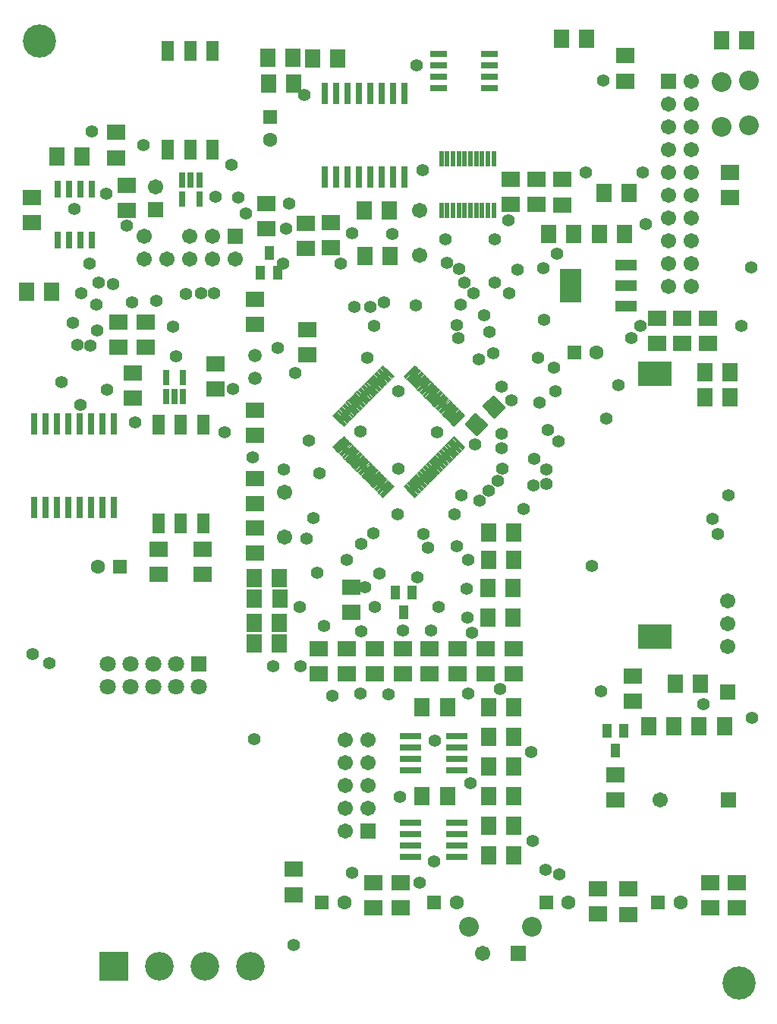
<source format=gts>
%FSLAX43Y43*%
%MOMM*%
G71*
G01*
G75*
%ADD10C,0.300*%
%ADD11R,1.600X1.800*%
%ADD12R,1.800X1.600*%
%ADD13R,3.500X2.600*%
%ADD14R,2.200X0.550*%
%ADD15R,2.200X0.550*%
%ADD16R,0.300X1.600*%
%ADD17C,0.075*%
%ADD18R,0.550X1.450*%
%ADD19R,1.700X0.600*%
%ADD20R,0.600X1.700*%
%ADD21R,0.850X1.300*%
%ADD22R,1.200X2.000*%
%ADD23R,0.600X2.150*%
%ADD24R,2.150X3.500*%
%ADD25R,2.150X1.100*%
%ADD26R,2.150X1.100*%
%ADD27R,0.600X2.150*%
%ADD28R,0.550X1.450*%
%ADD29C,0.400*%
%ADD30C,0.800*%
%ADD31C,0.500*%
%ADD32C,0.600*%
%ADD33C,3.000*%
%ADD34R,3.000X3.000*%
%ADD35C,2.000*%
%ADD36R,1.500X1.500*%
%ADD37C,1.500*%
%ADD38C,1.400*%
%ADD39C,1.500*%
%ADD40R,1.400X1.400*%
%ADD41C,1.300*%
%ADD42C,3.500*%
%ADD43R,1.600X1.600*%
%ADD44C,1.600*%
%ADD45C,1.600*%
%ADD46C,1.200*%
%ADD47R,1.803X2.003*%
%ADD48R,2.003X1.803*%
%ADD49R,3.703X2.803*%
%ADD50R,2.403X0.753*%
%ADD51R,2.403X0.753*%
%ADD52R,0.503X1.803*%
%ADD53R,0.753X1.653*%
%ADD54R,1.903X0.803*%
%ADD55R,0.803X1.903*%
%ADD56R,1.053X1.503*%
%ADD57R,1.403X2.203*%
%ADD58R,0.803X2.353*%
%ADD59R,2.353X3.703*%
%ADD60R,2.353X1.303*%
%ADD61R,2.353X1.303*%
%ADD62R,0.803X2.353*%
%ADD63R,0.753X1.653*%
%ADD64C,3.203*%
%ADD65R,3.203X3.203*%
%ADD66C,2.203*%
%ADD67R,1.703X1.703*%
%ADD68C,1.703*%
%ADD69C,1.603*%
%ADD70C,1.703*%
%ADD71R,1.603X1.603*%
%ADD72C,1.503*%
%ADD73C,3.703*%
%ADD74R,1.803X1.803*%
%ADD75C,1.803*%
%ADD76C,1.803*%
%ADD77C,1.403*%
D17*
X38952Y60459D02*
X38649Y60761D01*
X39871Y61984D01*
X40174Y61681D01*
X38952Y60459D01*
Y60547D02*
X38738Y60761D01*
X39871Y61895D01*
X40086Y61681D01*
X38952Y60547D01*
Y60635D02*
X38826Y60761D01*
X39871Y61807D01*
X39997Y61681D01*
X38952Y60635D01*
Y60724D02*
X38914Y60761D01*
X39871Y61718D01*
X39909Y61681D01*
X38952Y60724D01*
X38986Y60778D02*
X39837Y61664D01*
X39306Y60105D02*
X39003Y60408D01*
X40225Y61630D01*
X40528Y61327D01*
X39306Y60105D01*
Y60194D02*
X39091Y60408D01*
X40225Y61542D01*
X40439Y61327D01*
X39306Y60194D01*
Y60282D02*
X39180Y60408D01*
X40225Y61453D01*
X40351Y61327D01*
X39306Y60282D01*
Y60370D02*
X39268Y60408D01*
X40225Y61365D01*
X40262Y61327D01*
X39306Y60370D01*
X39340Y60424D02*
X40190Y61311D01*
X41235Y69388D02*
X40932Y69085D01*
X39710Y70307D01*
X40013Y70610D01*
X41235Y69388D01*
X41146D02*
X40932Y69174D01*
X39798Y70307D01*
X40013Y70522D01*
X41146Y69388D01*
X41058D02*
X40932Y69262D01*
X39887Y70307D01*
X40013Y70433D01*
X41058Y69388D01*
X40970D02*
X40932Y69351D01*
X39975Y70307D01*
X40013Y70345D01*
X40970Y69388D01*
X40916Y69423D02*
X40029Y70273D01*
X49508Y61822D02*
X49205Y61519D01*
X47983Y62741D01*
X48286Y63044D01*
X49508Y61822D01*
X49420D02*
X49205Y61608D01*
X48071Y62741D01*
X48286Y62956D01*
X49420Y61822D01*
X49331D02*
X49205Y61696D01*
X48160Y62741D01*
X48286Y62867D01*
X49331Y61822D01*
X49243D02*
X49205Y61785D01*
X48248Y62741D01*
X48286Y62779D01*
X49243Y61822D01*
X49189Y61857D02*
X48302Y62707D01*
X49700Y65550D02*
X49397Y65853D01*
X50619Y67075D01*
X50922Y66772D01*
X49700Y65550D01*
Y65638D02*
X49486Y65853D01*
X50619Y66986D01*
X50834Y66772D01*
X49700Y65638D01*
Y65727D02*
X49574Y65853D01*
X50619Y66898D01*
X50745Y66772D01*
X49700Y65727D01*
Y65815D02*
X49662Y65853D01*
X50619Y66810D01*
X50657Y66772D01*
X49700Y65815D01*
X49734Y65869D02*
X50585Y66756D01*
X47740Y60054D02*
X47437Y59752D01*
X46215Y60974D01*
X46518Y61276D01*
X47740Y60054D01*
X47652D02*
X47437Y59840D01*
X46304Y60974D01*
X46518Y61188D01*
X47652Y60054D01*
X47563D02*
X47437Y59928D01*
X46392Y60974D01*
X46518Y61100D01*
X47563Y60054D01*
X47475D02*
X47437Y60017D01*
X46480Y60974D01*
X46518Y61011D01*
X47475Y60054D01*
X47421Y60089D02*
X46534Y60939D01*
X41073Y58337D02*
X40771Y58640D01*
X41993Y59862D01*
X42295Y59559D01*
X41073Y58337D01*
Y58426D02*
X40859Y58640D01*
X41993Y59774D01*
X42207Y59559D01*
X41073Y58426D01*
Y58514D02*
X40947Y58640D01*
X41993Y59685D01*
X42119Y59559D01*
X41073Y58514D01*
Y58603D02*
X41036Y58640D01*
X41993Y59597D01*
X42030Y59559D01*
X41073Y58603D01*
X41108Y58657D02*
X41958Y59543D01*
X41780Y57630D02*
X41478Y57933D01*
X42700Y59155D01*
X43002Y58852D01*
X41780Y57630D01*
Y57719D02*
X41566Y57933D01*
X42700Y59067D01*
X42914Y58852D01*
X41780Y57719D01*
Y57807D02*
X41654Y57933D01*
X42700Y58978D01*
X42826Y58852D01*
X41780Y57807D01*
Y57895D02*
X41743Y57933D01*
X42700Y58890D01*
X42737Y58852D01*
X41780Y57895D01*
X41815Y57949D02*
X42665Y58836D01*
X45619Y57933D02*
X45316Y57630D01*
X44094Y58852D01*
X44397Y59155D01*
X45619Y57933D01*
X45530D02*
X45316Y57719D01*
X44182Y58852D01*
X44397Y59067D01*
X45530Y57933D01*
X45442D02*
X45316Y57807D01*
X44271Y58852D01*
X44397Y58978D01*
X45442Y57933D01*
X45354D02*
X45316Y57895D01*
X44359Y58852D01*
X44397Y58890D01*
X45354Y57933D01*
X45300Y57967D02*
X44413Y58818D01*
X46679Y58994D02*
X46377Y58691D01*
X45155Y59913D01*
X45457Y60216D01*
X46679Y58994D01*
X46591D02*
X46377Y58779D01*
X45243Y59913D01*
X45457Y60127D01*
X46591Y58994D01*
X46503D02*
X46377Y58868D01*
X45331Y59913D01*
X45457Y60039D01*
X46503Y58994D01*
X46414D02*
X46377Y58956D01*
X45420Y59913D01*
X45457Y59951D01*
X46414Y58994D01*
X46360Y59028D02*
X45474Y59879D01*
X43002Y71156D02*
X42700Y70853D01*
X41478Y72075D01*
X41780Y72378D01*
X43002Y71156D01*
X42914D02*
X42700Y70942D01*
X41566Y72075D01*
X41780Y72290D01*
X42914Y71156D01*
X42826D02*
X42700Y71030D01*
X41654Y72075D01*
X41780Y72201D01*
X42826Y71156D01*
X42737D02*
X42700Y71118D01*
X41743Y72075D01*
X41780Y72113D01*
X42737Y71156D01*
X42683Y71190D02*
X41797Y72041D01*
X42649Y70802D02*
X42346Y70500D01*
X41124Y71722D01*
X41427Y72024D01*
X42649Y70802D01*
X42561D02*
X42346Y70588D01*
X41213Y71722D01*
X41427Y71936D01*
X42561Y70802D01*
X42472D02*
X42346Y70676D01*
X41301Y71722D01*
X41427Y71848D01*
X42472Y70802D01*
X42384D02*
X42346Y70765D01*
X41389Y71722D01*
X41427Y71759D01*
X42384Y70802D01*
X42330Y70837D02*
X41443Y71687D01*
X42295Y70449D02*
X41993Y70146D01*
X40771Y71368D01*
X41073Y71671D01*
X42295Y70449D01*
X42207D02*
X41993Y70234D01*
X40859Y71368D01*
X41073Y71583D01*
X42207Y70449D01*
X42119D02*
X41993Y70323D01*
X40947Y71368D01*
X41073Y71494D01*
X42119Y70449D01*
X42030D02*
X41993Y70411D01*
X41036Y71368D01*
X41073Y71406D01*
X42030Y70449D01*
X41976Y70483D02*
X41090Y71334D01*
X41942Y70095D02*
X41639Y69793D01*
X40417Y71015D01*
X40720Y71317D01*
X41942Y70095D01*
X41853D02*
X41639Y69881D01*
X40505Y71015D01*
X40720Y71229D01*
X41853Y70095D01*
X41765D02*
X41639Y69969D01*
X40594Y71015D01*
X40720Y71141D01*
X41765Y70095D01*
X41677D02*
X41639Y70058D01*
X40682Y71015D01*
X40720Y71052D01*
X41677Y70095D01*
X41623Y70130D02*
X40736Y70980D01*
X41588Y69742D02*
X41285Y69439D01*
X40063Y70661D01*
X40366Y70964D01*
X41588Y69742D01*
X41500D02*
X41285Y69527D01*
X40152Y70661D01*
X40366Y70875D01*
X41500Y69742D01*
X41411D02*
X41285Y69616D01*
X40240Y70661D01*
X40366Y70787D01*
X41411Y69742D01*
X41323D02*
X41285Y69704D01*
X40329Y70661D01*
X40366Y70699D01*
X41323Y69742D01*
X41269Y69776D02*
X40383Y70627D01*
X40881Y69035D02*
X40578Y68732D01*
X39356Y69954D01*
X39659Y70257D01*
X40881Y69035D01*
X40793D02*
X40578Y68820D01*
X39445Y69954D01*
X39659Y70168D01*
X40793Y69035D01*
X40704D02*
X40578Y68909D01*
X39533Y69954D01*
X39659Y70080D01*
X40704Y69035D01*
X40616D02*
X40578Y68997D01*
X39622Y69954D01*
X39659Y69992D01*
X40616Y69035D01*
X40562Y69069D02*
X39676Y69920D01*
X40528Y68681D02*
X40225Y68378D01*
X39003Y69600D01*
X39306Y69903D01*
X40528Y68681D01*
X40439D02*
X40225Y68467D01*
X39091Y69600D01*
X39306Y69815D01*
X40439Y68681D01*
X40351D02*
X40225Y68555D01*
X39180Y69600D01*
X39306Y69726D01*
X40351Y68681D01*
X40262D02*
X40225Y68643D01*
X39268Y69600D01*
X39306Y69638D01*
X40262Y68681D01*
X40208Y68715D02*
X39322Y69566D01*
X40174Y68328D02*
X39871Y68025D01*
X38649Y69247D01*
X38952Y69550D01*
X40174Y68328D01*
X40086D02*
X39871Y68113D01*
X38738Y69247D01*
X38952Y69461D01*
X40086Y68328D01*
X39997D02*
X39871Y68202D01*
X38826Y69247D01*
X38952Y69373D01*
X39997Y68328D01*
X39909D02*
X39871Y68290D01*
X38914Y69247D01*
X38952Y69284D01*
X39909Y68328D01*
X39855Y68362D02*
X38968Y69212D01*
X39821Y67974D02*
X39518Y67671D01*
X38296Y68893D01*
X38598Y69196D01*
X39821Y67974D01*
X39732D02*
X39518Y67760D01*
X38384Y68893D01*
X38598Y69108D01*
X39732Y67974D01*
X39644D02*
X39518Y67848D01*
X38472Y68893D01*
X38598Y69019D01*
X39644Y67974D01*
X39555D02*
X39518Y67936D01*
X38561Y68893D01*
X38598Y68931D01*
X39555Y67974D01*
X39501Y68008D02*
X38615Y68859D01*
X39467Y67620D02*
X39164Y67318D01*
X37942Y68540D01*
X38245Y68842D01*
X39467Y67620D01*
X39379D02*
X39164Y67406D01*
X38031Y68540D01*
X38245Y68754D01*
X39379Y67620D01*
X39290D02*
X39164Y67494D01*
X38119Y68540D01*
X38245Y68666D01*
X39290Y67620D01*
X39202D02*
X39164Y67583D01*
X38207Y68540D01*
X38245Y68577D01*
X39202Y67620D01*
X39148Y67655D02*
X38261Y68505D01*
X39113Y67267D02*
X38811Y66964D01*
X37589Y68186D01*
X37891Y68489D01*
X39113Y67267D01*
X39025D02*
X38811Y67052D01*
X37677Y68186D01*
X37891Y68401D01*
X39025Y67267D01*
X38937D02*
X38811Y67141D01*
X37765Y68186D01*
X37891Y68312D01*
X38937Y67267D01*
X38848D02*
X38811Y67229D01*
X37854Y68186D01*
X37891Y68224D01*
X38848Y67267D01*
X38794Y67301D02*
X37908Y68152D01*
X38760Y66913D02*
X38457Y66611D01*
X37235Y67833D01*
X37538Y68135D01*
X38760Y66913D01*
X38671D02*
X38457Y66699D01*
X37323Y67833D01*
X37538Y68047D01*
X38671Y66913D01*
X38583D02*
X38457Y66787D01*
X37412Y67833D01*
X37538Y67959D01*
X38583Y66913D01*
X38495D02*
X38457Y66876D01*
X37500Y67833D01*
X37538Y67870D01*
X38495Y66913D01*
X38441Y66948D02*
X37554Y67798D01*
X38406Y66560D02*
X38104Y66257D01*
X36881Y67479D01*
X37184Y67782D01*
X38406Y66560D01*
X38318D02*
X38104Y66345D01*
X36970Y67479D01*
X37184Y67693D01*
X38318Y66560D01*
X38230D02*
X38104Y66434D01*
X37058Y67479D01*
X37184Y67605D01*
X38230Y66560D01*
X38141D02*
X38104Y66522D01*
X37147Y67479D01*
X37184Y67517D01*
X38141Y66560D01*
X38087Y66594D02*
X37201Y67445D01*
X38053Y66206D02*
X37750Y65903D01*
X36528Y67125D01*
X36831Y67428D01*
X38053Y66206D01*
X37964D02*
X37750Y65992D01*
X36616Y67125D01*
X36831Y67340D01*
X37964Y66206D01*
X37876D02*
X37750Y66080D01*
X36705Y67125D01*
X36831Y67251D01*
X37876Y66206D01*
X37788D02*
X37750Y66169D01*
X36793Y67125D01*
X36831Y67163D01*
X37788Y66206D01*
X37734Y66241D02*
X36847Y67091D01*
X37699Y65853D02*
X37396Y65550D01*
X36174Y66772D01*
X36477Y67075D01*
X37699Y65853D01*
X37611D02*
X37396Y65638D01*
X36263Y66772D01*
X36477Y66986D01*
X37611Y65853D01*
X37522D02*
X37396Y65727D01*
X36351Y66772D01*
X36477Y66898D01*
X37522Y65853D01*
X37434D02*
X37396Y65815D01*
X36440Y66772D01*
X36477Y66810D01*
X37434Y65853D01*
X37380Y65887D02*
X36494Y66738D01*
X49347Y65903D02*
X49044Y66206D01*
X50266Y67428D01*
X50569Y67125D01*
X49347Y65903D01*
Y65992D02*
X49132Y66206D01*
X50266Y67340D01*
X50480Y67125D01*
X49347Y65992D01*
Y66080D02*
X49221Y66206D01*
X50266Y67251D01*
X50392Y67125D01*
X49347Y66080D01*
Y66169D02*
X49309Y66206D01*
X50266Y67163D01*
X50303Y67125D01*
X49347Y66169D01*
X49381Y66223D02*
X50231Y67109D01*
X48993Y66257D02*
X48690Y66560D01*
X49912Y67782D01*
X50215Y67479D01*
X48993Y66257D01*
Y66345D02*
X48779Y66560D01*
X49912Y67693D01*
X50127Y67479D01*
X48993Y66345D01*
Y66434D02*
X48867Y66560D01*
X49912Y67605D01*
X50038Y67479D01*
X48993Y66434D01*
Y66522D02*
X48955Y66560D01*
X49912Y67517D01*
X49950Y67479D01*
X48993Y66522D01*
X49027Y66576D02*
X49878Y67463D01*
X48639Y66611D02*
X48337Y66913D01*
X49559Y68135D01*
X49861Y67833D01*
X48639Y66611D01*
Y66699D02*
X48425Y66913D01*
X49559Y68047D01*
X49773Y67833D01*
X48639Y66699D01*
Y66787D02*
X48513Y66913D01*
X49559Y67959D01*
X49685Y67833D01*
X48639Y66787D01*
Y66876D02*
X48602Y66913D01*
X49559Y67870D01*
X49596Y67833D01*
X48639Y66876D01*
X48674Y66930D02*
X49524Y67816D01*
X48286Y66964D02*
X47983Y67267D01*
X49205Y68489D01*
X49508Y68186D01*
X48286Y66964D01*
Y67052D02*
X48071Y67267D01*
X49205Y68401D01*
X49420Y68186D01*
X48286Y67052D01*
Y67141D02*
X48160Y67267D01*
X49205Y68312D01*
X49331Y68186D01*
X48286Y67141D01*
Y67229D02*
X48248Y67267D01*
X49205Y68224D01*
X49243Y68186D01*
X48286Y67229D01*
X48320Y67283D02*
X49171Y68170D01*
X47932Y67318D02*
X47630Y67620D01*
X48852Y68842D01*
X49154Y68540D01*
X47932Y67318D01*
Y67406D02*
X47718Y67620D01*
X48852Y68754D01*
X49066Y68540D01*
X47932Y67406D01*
Y67494D02*
X47806Y67620D01*
X48852Y68666D01*
X48978Y68540D01*
X47932Y67494D01*
Y67583D02*
X47895Y67620D01*
X48852Y68577D01*
X48889Y68540D01*
X47932Y67583D01*
X47967Y67637D02*
X48817Y68523D01*
X47579Y67671D02*
X47276Y67974D01*
X48498Y69196D01*
X48801Y68893D01*
X47579Y67671D01*
Y67760D02*
X47364Y67974D01*
X48498Y69108D01*
X48712Y68893D01*
X47579Y67760D01*
Y67848D02*
X47453Y67974D01*
X48498Y69019D01*
X48624Y68893D01*
X47579Y67848D01*
Y67936D02*
X47541Y67974D01*
X48498Y68931D01*
X48536Y68893D01*
X47579Y67936D01*
X47613Y67990D02*
X48464Y68877D01*
X47225Y68025D02*
X46922Y68328D01*
X48144Y69550D01*
X48447Y69247D01*
X47225Y68025D01*
Y68113D02*
X47011Y68328D01*
X48144Y69461D01*
X48359Y69247D01*
X47225Y68113D01*
Y68202D02*
X47099Y68328D01*
X48144Y69373D01*
X48270Y69247D01*
X47225Y68202D01*
Y68290D02*
X47188Y68328D01*
X48144Y69284D01*
X48182Y69247D01*
X47225Y68290D01*
X47260Y68344D02*
X48110Y69230D01*
X46872Y68378D02*
X46569Y68681D01*
X47791Y69903D01*
X48094Y69600D01*
X46872Y68378D01*
Y68467D02*
X46657Y68681D01*
X47791Y69815D01*
X48005Y69600D01*
X46872Y68467D01*
Y68555D02*
X46746Y68681D01*
X47791Y69726D01*
X47917Y69600D01*
X46872Y68555D01*
Y68643D02*
X46834Y68681D01*
X47791Y69638D01*
X47828Y69600D01*
X46872Y68643D01*
X46906Y68698D02*
X47757Y69584D01*
X46518Y68732D02*
X46215Y69035D01*
X47437Y70257D01*
X47740Y69954D01*
X46518Y68732D01*
Y68820D02*
X46304Y69035D01*
X47437Y70168D01*
X47652Y69954D01*
X46518Y68820D01*
Y68909D02*
X46392Y69035D01*
X47437Y70080D01*
X47563Y69954D01*
X46518Y68909D01*
Y68997D02*
X46480Y69035D01*
X47437Y69992D01*
X47475Y69954D01*
X46518Y68997D01*
X46552Y69051D02*
X47403Y69937D01*
X46165Y69085D02*
X45862Y69388D01*
X47084Y70610D01*
X47387Y70307D01*
X46165Y69085D01*
Y69174D02*
X45950Y69388D01*
X47084Y70522D01*
X47298Y70307D01*
X46165Y69174D01*
Y69262D02*
X46039Y69388D01*
X47084Y70433D01*
X47210Y70307D01*
X46165Y69262D01*
Y69351D02*
X46127Y69388D01*
X47084Y70345D01*
X47121Y70307D01*
X46165Y69351D01*
X46199Y69405D02*
X47049Y70291D01*
X45811Y69439D02*
X45508Y69742D01*
X46730Y70964D01*
X47033Y70661D01*
X45811Y69439D01*
Y69527D02*
X45597Y69742D01*
X46730Y70875D01*
X46945Y70661D01*
X45811Y69527D01*
Y69616D02*
X45685Y69742D01*
X46730Y70787D01*
X46856Y70661D01*
X45811Y69616D01*
Y69704D02*
X45773Y69742D01*
X46730Y70699D01*
X46768Y70661D01*
X45811Y69704D01*
X45845Y69758D02*
X46696Y70645D01*
X45457Y69793D02*
X45155Y70095D01*
X46377Y71317D01*
X46679Y71015D01*
X45457Y69793D01*
Y69881D02*
X45243Y70095D01*
X46377Y71229D01*
X46591Y71015D01*
X45457Y69881D01*
Y69969D02*
X45331Y70095D01*
X46377Y71141D01*
X46503Y71015D01*
X45457Y69969D01*
Y70058D02*
X45420Y70095D01*
X46377Y71052D01*
X46414Y71015D01*
X45457Y70058D01*
X45492Y70112D02*
X46342Y70998D01*
X45104Y70146D02*
X44801Y70449D01*
X46023Y71671D01*
X46326Y71368D01*
X45104Y70146D01*
Y70234D02*
X44889Y70449D01*
X46023Y71582D01*
X46237Y71368D01*
X45104Y70234D01*
Y70323D02*
X44978Y70449D01*
X46023Y71494D01*
X46149Y71368D01*
X45104Y70323D01*
Y70411D02*
X45066Y70449D01*
X46023Y71406D01*
X46061Y71368D01*
X45104Y70411D01*
X45138Y70465D02*
X45989Y71352D01*
X44750Y70500D02*
X44448Y70802D01*
X45670Y72024D01*
X45972Y71722D01*
X44750Y70500D01*
Y70588D02*
X44536Y70802D01*
X45670Y71936D01*
X45884Y71722D01*
X44750Y70588D01*
Y70676D02*
X44624Y70802D01*
X45670Y71848D01*
X45796Y71722D01*
X44750Y70676D01*
Y70765D02*
X44713Y70802D01*
X45670Y71759D01*
X45707Y71722D01*
X44750Y70765D01*
X44785Y70819D02*
X45635Y71705D01*
X44397Y70853D02*
X44094Y71156D01*
X45316Y72378D01*
X45619Y72075D01*
X44397Y70853D01*
Y70942D02*
X44182Y71156D01*
X45316Y72290D01*
X45530Y72075D01*
X44397Y70942D01*
Y71030D02*
X44271Y71156D01*
X45316Y72201D01*
X45442Y72075D01*
X44397Y71030D01*
Y71118D02*
X44359Y71156D01*
X45316Y72113D01*
X45354Y72075D01*
X44397Y71118D01*
X44431Y71172D02*
X45282Y72059D01*
X50922Y63236D02*
X50619Y62934D01*
X49397Y64156D01*
X49700Y64458D01*
X50922Y63236D01*
X50834D02*
X50619Y63022D01*
X49486Y64156D01*
X49700Y64370D01*
X50834Y63236D01*
X50745D02*
X50619Y63110D01*
X49574Y64156D01*
X49700Y64282D01*
X50745Y63236D01*
X50657D02*
X50619Y63199D01*
X49662Y64156D01*
X49700Y64193D01*
X50657Y63236D01*
X50603Y63271D02*
X49716Y64121D01*
X50569Y62883D02*
X50266Y62580D01*
X49044Y63802D01*
X49347Y64105D01*
X50569Y62883D01*
X50480D02*
X50266Y62668D01*
X49132Y63802D01*
X49347Y64016D01*
X50480Y62883D01*
X50392D02*
X50266Y62757D01*
X49221Y63802D01*
X49347Y63928D01*
X50392Y62883D01*
X50303D02*
X50266Y62845D01*
X49309Y63802D01*
X49347Y63840D01*
X50303Y62883D01*
X50249Y62917D02*
X49363Y63768D01*
X50215Y62529D02*
X49912Y62226D01*
X48690Y63449D01*
X48993Y63751D01*
X50215Y62529D01*
X50127D02*
X49912Y62315D01*
X48779Y63449D01*
X48993Y63663D01*
X50127Y62529D01*
X50038D02*
X49912Y62403D01*
X48867Y63449D01*
X48993Y63575D01*
X50038Y62529D01*
X49950D02*
X49912Y62492D01*
X48955Y63449D01*
X48993Y63486D01*
X49950Y62529D01*
X49896Y62564D02*
X49009Y63414D01*
X49861Y62176D02*
X49559Y61873D01*
X48337Y63095D01*
X48639Y63398D01*
X49861Y62176D01*
X49773D02*
X49559Y61961D01*
X48425Y63095D01*
X48639Y63309D01*
X49773Y62176D01*
X49685D02*
X49559Y62050D01*
X48513Y63095D01*
X48639Y63221D01*
X49685Y62176D01*
X49596D02*
X49559Y62138D01*
X48602Y63095D01*
X48639Y63133D01*
X49596Y62176D01*
X49542Y62210D02*
X48656Y63061D01*
X49154Y61469D02*
X48852Y61166D01*
X47630Y62388D01*
X47932Y62691D01*
X49154Y61469D01*
X49066D02*
X48852Y61254D01*
X47718Y62388D01*
X47932Y62602D01*
X49066Y61469D01*
X48978D02*
X48852Y61343D01*
X47806Y62388D01*
X47932Y62514D01*
X48978Y61469D01*
X48889D02*
X48852Y61431D01*
X47895Y62388D01*
X47932Y62425D01*
X48889Y61469D01*
X48835Y61503D02*
X47949Y62353D01*
X48801Y61115D02*
X48498Y60812D01*
X47276Y62034D01*
X47579Y62337D01*
X48801Y61115D01*
X48712D02*
X48498Y60901D01*
X47364Y62034D01*
X47579Y62249D01*
X48712Y61115D01*
X48624D02*
X48498Y60989D01*
X47453Y62034D01*
X47579Y62160D01*
X48624Y61115D01*
X48536D02*
X48498Y61077D01*
X47541Y62034D01*
X47579Y62072D01*
X48536Y61115D01*
X48482Y61149D02*
X47595Y62000D01*
X48447Y60762D02*
X48144Y60459D01*
X46922Y61681D01*
X47225Y61984D01*
X48447Y60762D01*
X48359D02*
X48144Y60547D01*
X47011Y61681D01*
X47225Y61895D01*
X48359Y60762D01*
X48270D02*
X48144Y60635D01*
X47099Y61681D01*
X47225Y61807D01*
X48270Y60762D01*
X48182D02*
X48144Y60724D01*
X47188Y61681D01*
X47225Y61718D01*
X48182Y60762D01*
X48128Y60796D02*
X47242Y61646D01*
X48094Y60408D02*
X47791Y60105D01*
X46569Y61327D01*
X46872Y61630D01*
X48094Y60408D01*
X48005D02*
X47791Y60193D01*
X46657Y61327D01*
X46872Y61542D01*
X48005Y60408D01*
X47917D02*
X47791Y60282D01*
X46746Y61327D01*
X46872Y61453D01*
X47917Y60408D01*
X47828D02*
X47791Y60370D01*
X46834Y61327D01*
X46872Y61365D01*
X47828Y60408D01*
X47774Y60442D02*
X46888Y61293D01*
X47387Y59701D02*
X47084Y59398D01*
X45862Y60620D01*
X46164Y60923D01*
X47387Y59701D01*
X47298D02*
X47084Y59486D01*
X45950Y60620D01*
X46164Y60835D01*
X47298Y59701D01*
X47210D02*
X47084Y59575D01*
X46038Y60620D01*
X46164Y60746D01*
X47210Y59701D01*
X47121D02*
X47084Y59663D01*
X46127Y60620D01*
X46164Y60658D01*
X47121Y59701D01*
X47067Y59735D02*
X46181Y60586D01*
X47033Y59347D02*
X46730Y59044D01*
X45508Y60267D01*
X45811Y60569D01*
X47033Y59347D01*
X46945D02*
X46730Y59133D01*
X45597Y60267D01*
X45811Y60481D01*
X46945Y59347D01*
X46856D02*
X46730Y59221D01*
X45685Y60267D01*
X45811Y60393D01*
X46856Y59347D01*
X46768D02*
X46730Y59310D01*
X45773Y60267D01*
X45811Y60304D01*
X46768Y59347D01*
X46714Y59382D02*
X45827Y60232D01*
X46326Y58640D02*
X46023Y58337D01*
X44801Y59559D01*
X45104Y59862D01*
X46326Y58640D01*
X46237D02*
X46023Y58426D01*
X44889Y59559D01*
X45104Y59774D01*
X46237Y58640D01*
X46149D02*
X46023Y58514D01*
X44978Y59559D01*
X45104Y59685D01*
X46149Y58640D01*
X46061D02*
X46023Y58603D01*
X45066Y59559D01*
X45104Y59597D01*
X46061Y58640D01*
X46007Y58675D02*
X45120Y59525D01*
X45972Y58287D02*
X45670Y57984D01*
X44448Y59206D01*
X44750Y59509D01*
X45972Y58287D01*
X45884D02*
X45670Y58072D01*
X44536Y59206D01*
X44750Y59420D01*
X45884Y58287D01*
X45796D02*
X45670Y58161D01*
X44624Y59206D01*
X44750Y59332D01*
X45796Y58287D01*
X45707D02*
X45670Y58249D01*
X44713Y59206D01*
X44750Y59243D01*
X45707Y58287D01*
X45653Y58321D02*
X44767Y59172D01*
X41427Y57984D02*
X41124Y58287D01*
X42346Y59509D01*
X42649Y59206D01*
X41427Y57984D01*
Y58072D02*
X41213Y58287D01*
X42346Y59420D01*
X42561Y59206D01*
X41427Y58072D01*
Y58161D02*
X41301Y58287D01*
X42346Y59332D01*
X42472Y59206D01*
X41427Y58161D01*
Y58249D02*
X41389Y58287D01*
X42346Y59243D01*
X42384Y59206D01*
X41427Y58249D01*
X41461Y58303D02*
X42312Y59189D01*
X40720Y58691D02*
X40417Y58994D01*
X41639Y60216D01*
X41942Y59913D01*
X40720Y58691D01*
Y58779D02*
X40505Y58994D01*
X41639Y60127D01*
X41853Y59913D01*
X40720Y58779D01*
Y58868D02*
X40594Y58994D01*
X41639Y60039D01*
X41765Y59913D01*
X40720Y58868D01*
Y58956D02*
X40682Y58994D01*
X41639Y59951D01*
X41677Y59913D01*
X40720Y58956D01*
X40754Y59010D02*
X41605Y59897D01*
X40366Y59045D02*
X40063Y59347D01*
X41285Y60569D01*
X41588Y60267D01*
X40366Y59045D01*
Y59133D02*
X40152Y59347D01*
X41285Y60481D01*
X41500Y60267D01*
X40366Y59133D01*
Y59221D02*
X40240Y59347D01*
X41285Y60393D01*
X41411Y60267D01*
X40366Y59221D01*
Y59310D02*
X40329Y59347D01*
X41285Y60304D01*
X41323Y60267D01*
X40366Y59310D01*
X40401Y59364D02*
X41251Y60250D01*
X40013Y59398D02*
X39710Y59701D01*
X40932Y60923D01*
X41235Y60620D01*
X40013Y59398D01*
Y59486D02*
X39798Y59701D01*
X40932Y60834D01*
X41146Y60620D01*
X40013Y59486D01*
Y59575D02*
X39887Y59701D01*
X40932Y60746D01*
X41058Y60620D01*
X40013Y59575D01*
Y59663D02*
X39975Y59701D01*
X40932Y60658D01*
X40970Y60620D01*
X40013Y59663D01*
X40047Y59717D02*
X40898Y60604D01*
X39659Y59752D02*
X39356Y60054D01*
X40578Y61276D01*
X40881Y60974D01*
X39659Y59752D01*
Y59840D02*
X39445Y60054D01*
X40578Y61188D01*
X40793Y60974D01*
X39659Y59840D01*
Y59928D02*
X39533Y60054D01*
X40578Y61100D01*
X40704Y60974D01*
X39659Y59928D01*
Y60017D02*
X39621Y60054D01*
X40578Y61011D01*
X40616Y60974D01*
X39659Y60017D01*
X39693Y60071D02*
X40544Y60957D01*
X38598Y60812D02*
X38296Y61115D01*
X39518Y62337D01*
X39821Y62034D01*
X38598Y60812D01*
Y60901D02*
X38384Y61115D01*
X39518Y62249D01*
X39732Y62034D01*
X38598Y60901D01*
Y60989D02*
X38472Y61115D01*
X39518Y62160D01*
X39644Y62034D01*
X38598Y60989D01*
Y61077D02*
X38561Y61115D01*
X39518Y62072D01*
X39555Y62034D01*
X38598Y61077D01*
X38633Y61131D02*
X39483Y62018D01*
X38245Y61166D02*
X37942Y61469D01*
X39164Y62691D01*
X39467Y62388D01*
X38245Y61166D01*
Y61254D02*
X38031Y61469D01*
X39164Y62602D01*
X39379Y62388D01*
X38245Y61254D01*
Y61343D02*
X38119Y61469D01*
X39164Y62514D01*
X39290Y62388D01*
X38245Y61343D01*
Y61431D02*
X38207Y61469D01*
X39164Y62425D01*
X39202Y62388D01*
X38245Y61431D01*
X38279Y61485D02*
X39130Y62371D01*
X37891Y61519D02*
X37589Y61822D01*
X38811Y63044D01*
X39113Y62741D01*
X37891Y61519D01*
Y61608D02*
X37677Y61822D01*
X38811Y62956D01*
X39025Y62741D01*
X37891Y61608D01*
Y61696D02*
X37765Y61822D01*
X38811Y62867D01*
X38937Y62741D01*
X37891Y61696D01*
Y61785D02*
X37854Y61822D01*
X38811Y62779D01*
X38848Y62741D01*
X37891Y61785D01*
X37926Y61839D02*
X38776Y62725D01*
X37538Y61873D02*
X37235Y62176D01*
X38457Y63398D01*
X38760Y63095D01*
X37538Y61873D01*
Y61961D02*
X37323Y62176D01*
X38457Y63309D01*
X38671Y63095D01*
X37538Y61961D01*
Y62050D02*
X37412Y62176D01*
X38457Y63221D01*
X38583Y63095D01*
X37538Y62050D01*
Y62138D02*
X37500Y62176D01*
X38457Y63133D01*
X38495Y63095D01*
X37538Y62138D01*
X37572Y62192D02*
X38423Y63079D01*
X37184Y62226D02*
X36881Y62529D01*
X38104Y63751D01*
X38406Y63449D01*
X37184Y62226D01*
Y62315D02*
X36970Y62529D01*
X38104Y63663D01*
X38318Y63449D01*
X37184Y62315D01*
Y62403D02*
X37058Y62529D01*
X38104Y63575D01*
X38230Y63449D01*
X37184Y62403D01*
Y62492D02*
X37147Y62529D01*
X38104Y63486D01*
X38141Y63449D01*
X37184Y62492D01*
X37219Y62546D02*
X38069Y63432D01*
X36831Y62580D02*
X36528Y62883D01*
X37750Y64105D01*
X38053Y63802D01*
X36831Y62580D01*
Y62668D02*
X36616Y62883D01*
X37750Y64016D01*
X37964Y63802D01*
X36831Y62668D01*
Y62757D02*
X36705Y62883D01*
X37750Y63928D01*
X37876Y63802D01*
X36831Y62757D01*
Y62845D02*
X36793Y62883D01*
X37750Y63840D01*
X37788Y63802D01*
X36831Y62845D01*
X36865Y62899D02*
X37716Y63786D01*
X36477Y62934D02*
X36174Y63236D01*
X37396Y64458D01*
X37699Y64156D01*
X36477Y62934D01*
Y63022D02*
X36263Y63236D01*
X37396Y64370D01*
X37611Y64156D01*
X36477Y63022D01*
Y63110D02*
X36351Y63236D01*
X37396Y64282D01*
X37522Y64156D01*
X36477Y63110D01*
Y63199D02*
X36440Y63236D01*
X37396Y64193D01*
X37434Y64156D01*
X36477Y63199D01*
X36512Y63253D02*
X37362Y64139D01*
D29*
X54073Y68816D02*
X55207Y67683D01*
X54215Y66690D01*
X53081Y67824D01*
X54073Y68816D01*
Y68345D02*
X54736Y67683D01*
X54215Y67162D01*
X53553Y67824D01*
X54073Y68345D01*
Y67873D02*
X54264Y67683D01*
X54215Y67633D01*
X54024Y67824D01*
X54073Y67873D01*
X54144Y67771D02*
Y67735D01*
X52093Y66836D02*
X53227Y65703D01*
X52235Y64711D01*
X51101Y65844D01*
X52093Y66836D01*
Y66365D02*
X52756Y65703D01*
X52235Y65182D01*
X51573Y65844D01*
X52093Y66365D01*
Y65894D02*
X52284Y65703D01*
X52235Y65653D01*
X52044Y65844D01*
X52093Y65894D01*
X52164Y65791D02*
Y65756D01*
D47*
X80509Y71557D02*
D03*
X77709Y71557D02*
D03*
X39788Y84493D02*
D03*
X42588Y84493D02*
D03*
X39738Y89593D02*
D03*
X42538D02*
D03*
X66488Y91543D02*
D03*
X69288Y91543D02*
D03*
X74405Y36859D02*
D03*
X53612Y30939D02*
D03*
Y21015D02*
D03*
Y27631D02*
D03*
Y17707D02*
D03*
X8238Y95593D02*
D03*
X79588Y108543D02*
D03*
X64512Y108707D02*
D03*
X82388Y108543D02*
D03*
X36788Y106543D02*
D03*
X61712Y108707D02*
D03*
X53612Y24323D02*
D03*
X48988Y24309D02*
D03*
X46188Y24309D02*
D03*
X56412Y24323D02*
D03*
X46188Y34233D02*
D03*
X48988Y34233D02*
D03*
X56412Y34247D02*
D03*
X53612Y34247D02*
D03*
X63062Y86957D02*
D03*
X60262Y86957D02*
D03*
X65988Y86993D02*
D03*
X68788Y86993D02*
D03*
X33988Y106543D02*
D03*
X4838Y80543D02*
D03*
X77088Y32143D02*
D03*
X79888D02*
D03*
X2038Y80543D02*
D03*
X71484Y32093D02*
D03*
X74284Y32093D02*
D03*
X5438Y95593D02*
D03*
X31755Y106606D02*
D03*
X28955D02*
D03*
X31805Y103759D02*
D03*
X29005D02*
D03*
X56412Y17707D02*
D03*
Y27631D02*
D03*
Y21015D02*
D03*
Y30939D02*
D03*
X77205Y36859D02*
D03*
X77712Y68756D02*
D03*
X80512Y68756D02*
D03*
X27462Y48656D02*
D03*
X30262Y48656D02*
D03*
X27472Y46307D02*
D03*
X30272D02*
D03*
X56388Y53743D02*
D03*
X53588Y53743D02*
D03*
X56388Y50693D02*
D03*
X53588Y50693D02*
D03*
X56338Y47543D02*
D03*
X53538Y47543D02*
D03*
X56288Y44243D02*
D03*
X53488Y44243D02*
D03*
X30256Y43659D02*
D03*
X27456D02*
D03*
X30225Y41343D02*
D03*
X27425Y41343D02*
D03*
D48*
X78303Y14688D02*
D03*
X78303Y11888D02*
D03*
X75188Y74755D02*
D03*
X72390Y74762D02*
D03*
X75188Y77555D02*
D03*
X72390Y77562D02*
D03*
X78103Y74788D02*
D03*
Y77588D02*
D03*
X81303Y11888D02*
D03*
X81303Y14688D02*
D03*
X61807Y90238D02*
D03*
X58957Y90288D02*
D03*
X80507Y93838D02*
D03*
X40693Y11912D02*
D03*
X43793D02*
D03*
X69143Y11162D02*
D03*
X16809Y51845D02*
D03*
X13893Y71512D02*
D03*
X2657Y88238D02*
D03*
X67757Y26738D02*
D03*
X68857Y106838D02*
D03*
X67757Y23938D02*
D03*
X47012Y37938D02*
D03*
X43998D02*
D03*
X31843Y13362D02*
D03*
X12257Y74338D02*
D03*
X15357D02*
D03*
X28793Y87562D02*
D03*
X23107Y72488D02*
D03*
Y69688D02*
D03*
X13243Y92412D02*
D03*
X13243Y89612D02*
D03*
X28793Y90362D02*
D03*
X15357Y77138D02*
D03*
X12257D02*
D03*
X69143Y13962D02*
D03*
X31843Y16162D02*
D03*
X34643Y40762D02*
D03*
Y37962D02*
D03*
X37770Y40762D02*
D03*
X37770Y37962D02*
D03*
X40884Y40762D02*
D03*
X40884Y37962D02*
D03*
X43998Y40738D02*
D03*
X47012D02*
D03*
X50125D02*
D03*
Y37938D02*
D03*
X53250Y40755D02*
D03*
Y37955D02*
D03*
X56353Y37962D02*
D03*
X56353Y40762D02*
D03*
X33157Y85388D02*
D03*
X35957Y85438D02*
D03*
X69707Y37688D02*
D03*
X68857Y104038D02*
D03*
X27493Y76912D02*
D03*
X27557Y67338D02*
D03*
X27507Y59688D02*
D03*
X27543Y51412D02*
D03*
X33157Y88188D02*
D03*
X35957Y88238D02*
D03*
X27493Y79712D02*
D03*
X27557Y64538D02*
D03*
X27507Y56888D02*
D03*
X27543Y54212D02*
D03*
X38257Y44788D02*
D03*
X38257Y47588D02*
D03*
X56093Y93112D02*
D03*
X33393Y76312D02*
D03*
X33393Y73512D02*
D03*
X69707Y34888D02*
D03*
X2657Y91038D02*
D03*
X12007Y98288D02*
D03*
Y95488D02*
D03*
X13893Y68712D02*
D03*
X16809Y49045D02*
D03*
X21709D02*
D03*
Y51845D02*
D03*
X65793Y11212D02*
D03*
X65793Y14012D02*
D03*
X43793Y14712D02*
D03*
X40693D02*
D03*
X80507Y91038D02*
D03*
X58957Y93088D02*
D03*
X61807Y93038D02*
D03*
X56093Y90312D02*
D03*
D49*
X72100Y42100D02*
D03*
Y71400D02*
D03*
D50*
X44838Y31050D02*
D03*
X50038Y28510D02*
D03*
X44838Y18810D02*
D03*
Y17540D02*
D03*
X50038Y21350D02*
D03*
Y20080D02*
D03*
X50038Y27240D02*
D03*
Y29780D02*
D03*
Y31050D02*
D03*
X44838Y27240D02*
D03*
Y28510D02*
D03*
D51*
X44838Y29780D02*
D03*
X44838Y21350D02*
D03*
Y20080D02*
D03*
X50038Y18810D02*
D03*
Y17540D02*
D03*
D52*
X48325Y89650D02*
D03*
X48975D02*
D03*
X49625D02*
D03*
X50925D02*
D03*
X52875Y89650D02*
D03*
X49625Y95350D02*
D03*
X50275D02*
D03*
X50925D02*
D03*
X51575D02*
D03*
X52225D02*
D03*
X52875D02*
D03*
X54175D02*
D03*
X53525D02*
D03*
X48975D02*
D03*
X48325D02*
D03*
X52225Y89650D02*
D03*
X51575D02*
D03*
X50275D02*
D03*
X53525D02*
D03*
X54175D02*
D03*
D53*
X17600Y68825D02*
D03*
X21300Y93025D02*
D03*
X19400D02*
D03*
X20350D02*
D03*
X19400Y90875D02*
D03*
X21300D02*
D03*
X19500Y68825D02*
D03*
Y70975D02*
D03*
X17600D02*
D03*
D54*
X48000Y107055D02*
D03*
Y103245D02*
D03*
X53700D02*
D03*
X48000Y105785D02*
D03*
X53700Y107055D02*
D03*
Y104515D02*
D03*
Y105785D02*
D03*
X48000Y104515D02*
D03*
D55*
X8035Y86300D02*
D03*
X5495D02*
D03*
X9305Y92000D02*
D03*
X8035D02*
D03*
X6765Y86300D02*
D03*
Y92000D02*
D03*
X9305Y86300D02*
D03*
X5495Y92000D02*
D03*
D56*
X67748Y29402D02*
D03*
X29102Y84848D02*
D03*
X28152Y82648D02*
D03*
X30052Y82648D02*
D03*
X68698Y31602D02*
D03*
X66798Y31602D02*
D03*
X44098Y44802D02*
D03*
X45048Y47002D02*
D03*
X43148Y47002D02*
D03*
D57*
X19250Y54700D02*
D03*
X20300Y107350D02*
D03*
X22800Y96350D02*
D03*
X17800D02*
D03*
X22800Y107350D02*
D03*
X17800D02*
D03*
X16750Y65700D02*
D03*
Y54700D02*
D03*
X21750D02*
D03*
X20300Y96350D02*
D03*
X21750Y65700D02*
D03*
X19250Y65700D02*
D03*
D58*
X2905Y56525D02*
D03*
X10525D02*
D03*
X11795D02*
D03*
D59*
X62700Y81250D02*
D03*
D60*
X68900Y83550D02*
D03*
Y81250D02*
D03*
D61*
X68900Y78950D02*
D03*
D62*
X39115Y93375D02*
D03*
X41655D02*
D03*
X42925D02*
D03*
X39115Y102625D02*
D03*
X41655D02*
D03*
X42925D02*
D03*
X9255Y65775D02*
D03*
X5445D02*
D03*
X9255Y56525D02*
D03*
X7985D02*
D03*
X6715D02*
D03*
X5445D02*
D03*
X4175D02*
D03*
X44195Y102625D02*
D03*
X36575D02*
D03*
X35305D02*
D03*
X6715Y65775D02*
D03*
X37845Y93375D02*
D03*
X40385D02*
D03*
Y102625D02*
D03*
X37845D02*
D03*
X35305Y93375D02*
D03*
X36575D02*
D03*
X44195D02*
D03*
X11795Y65775D02*
D03*
X10525D02*
D03*
X7985D02*
D03*
X4175D02*
D03*
X2905D02*
D03*
D63*
X18550Y68825D02*
D03*
D64*
X21910Y5400D02*
D03*
X16830D02*
D03*
X26990D02*
D03*
D65*
X11750D02*
D03*
D66*
X51400Y9800D02*
D03*
X58400D02*
D03*
X79600Y98950D02*
D03*
X82600Y99050D02*
D03*
X79600Y103950D02*
D03*
X82600Y104050D02*
D03*
D67*
X56900Y6800D02*
D03*
X40150Y20450D02*
D03*
X16388Y89695D02*
D03*
X73650Y104000D02*
D03*
X80375Y23900D02*
D03*
X80309Y35942D02*
D03*
X25349Y86762D02*
D03*
D68*
X52900Y6800D02*
D03*
X80309Y43562D02*
D03*
Y46102D02*
D03*
X72740Y23900D02*
D03*
X76190Y98920D02*
D03*
X40150Y22990D02*
D03*
Y25530D02*
D03*
Y28070D02*
D03*
X16388Y92235D02*
D03*
X40150Y30610D02*
D03*
X37610Y28070D02*
D03*
Y25530D02*
D03*
Y22990D02*
D03*
Y20450D02*
D03*
X76190Y81140D02*
D03*
X73650D02*
D03*
X76190Y83680D02*
D03*
X73650D02*
D03*
X76190Y86220D02*
D03*
X73650D02*
D03*
X76190Y88760D02*
D03*
X73650D02*
D03*
X76190Y91300D02*
D03*
X73650D02*
D03*
X76190Y93840D02*
D03*
X73650D02*
D03*
X76190Y96380D02*
D03*
X73650D02*
D03*
Y98920D02*
D03*
X76190Y101460D02*
D03*
X73650D02*
D03*
X76190Y104000D02*
D03*
X45900Y89592D02*
D03*
X30800Y58192D02*
D03*
X30800Y53192D02*
D03*
X45900Y84592D02*
D03*
X80309Y41022D02*
D03*
X22809Y84222D02*
D03*
Y86762D02*
D03*
X15189D02*
D03*
Y84222D02*
D03*
X20269Y86762D02*
D03*
X37610Y30610D02*
D03*
D69*
X9989Y49858D02*
D03*
X65661Y73792D02*
D03*
X29242Y97489D02*
D03*
X37511Y12492D02*
D03*
X50011D02*
D03*
X62511D02*
D03*
X75011D02*
D03*
D70*
X25349Y84222D02*
D03*
X20269D02*
D03*
X17729D02*
D03*
D71*
X63161Y73792D02*
D03*
X29242Y99989D02*
D03*
X12489Y49858D02*
D03*
X35011Y12492D02*
D03*
X47511D02*
D03*
X60011D02*
D03*
X72511D02*
D03*
D72*
X27555Y73399D02*
D03*
Y70899D02*
D03*
D73*
X81500Y3500D02*
D03*
X3500Y108500D02*
D03*
D74*
X21228Y39088D02*
D03*
D75*
Y36548D02*
D03*
X18688Y39088D02*
D03*
X11068D02*
D03*
X13608Y36548D02*
D03*
D76*
X18688D02*
D03*
X16148Y39088D02*
D03*
Y36548D02*
D03*
X13608Y39088D02*
D03*
X11068Y36548D02*
D03*
D77*
X31850Y7750D02*
D03*
X50200Y75350D02*
D03*
X70497Y76700D02*
D03*
X81797D02*
D03*
X53700Y76050D02*
D03*
X38350Y15750D02*
D03*
X59950Y16100D02*
D03*
X61450Y15600D02*
D03*
X45897Y14700D02*
D03*
X18400Y76650D02*
D03*
X9300Y98400D02*
D03*
X7350Y89750D02*
D03*
X7750Y74600D02*
D03*
X9150Y74550D02*
D03*
X5900Y70503D02*
D03*
X23097Y91150D02*
D03*
X24897Y94700D02*
D03*
X15050Y96850D02*
D03*
X10897Y91500D02*
D03*
X9050Y83650D02*
D03*
X16500Y79550D02*
D03*
X13797Y79400D02*
D03*
X9797Y79100D02*
D03*
X8050Y67950D02*
D03*
X11050Y69650D02*
D03*
X14150Y65950D02*
D03*
X24097Y64900D02*
D03*
X27297Y62100D02*
D03*
X30697Y60700D02*
D03*
X52097Y63500D02*
D03*
X56150Y68450D02*
D03*
X59250Y68150D02*
D03*
X59100Y73150D02*
D03*
X59797Y77400D02*
D03*
X59697Y83150D02*
D03*
X50497Y79100D02*
D03*
X45497Y79050D02*
D03*
X54300Y86350D02*
D03*
X48750D02*
D03*
X42850Y86950D02*
D03*
X38397Y87050D02*
D03*
X30997Y87550D02*
D03*
X31350Y90350D02*
D03*
X47550Y30550D02*
D03*
X51550Y25750D02*
D03*
X58300Y29250D02*
D03*
X58500Y19350D02*
D03*
X47497Y17050D02*
D03*
X43650Y24250D02*
D03*
X36197Y35500D02*
D03*
X39397Y42700D02*
D03*
X39297Y35800D02*
D03*
X42450Y35650D02*
D03*
X54850Y36250D02*
D03*
X51350Y35750D02*
D03*
X65097Y49950D02*
D03*
X46797Y52000D02*
D03*
X51697Y42500D02*
D03*
X47150Y42750D02*
D03*
X39350Y52450D02*
D03*
X50050Y52150D02*
D03*
X51100Y47450D02*
D03*
X13250Y87887D02*
D03*
X33250Y53050D02*
D03*
X25050Y69700D02*
D03*
X38600Y78850D02*
D03*
X40400D02*
D03*
X26500Y89300D02*
D03*
X37050Y83650D02*
D03*
X18700Y73350D02*
D03*
X34000Y55350D02*
D03*
X33500Y63950D02*
D03*
X32000Y71500D02*
D03*
X30650Y83700D02*
D03*
X66750Y66400D02*
D03*
X60850Y72100D02*
D03*
X61050Y69450D02*
D03*
X43998Y42798D02*
D03*
X8100Y80400D02*
D03*
X40050Y73150D02*
D03*
X45550Y105800D02*
D03*
X33000Y102502D02*
D03*
X82950Y33050D02*
D03*
X82850Y83250D02*
D03*
X25650Y91050D02*
D03*
X50000Y76800D02*
D03*
X77600Y34600D02*
D03*
X66150Y36050D02*
D03*
X69550Y75400D02*
D03*
X30100Y74300D02*
D03*
X52500Y73050D02*
D03*
X40850Y76700D02*
D03*
X19800Y80300D02*
D03*
X21500Y80400D02*
D03*
X41950Y79350D02*
D03*
X22950Y80400D02*
D03*
X48950Y83750D02*
D03*
X10050Y81550D02*
D03*
X11700Y81400D02*
D03*
X43500Y60800D02*
D03*
X39250Y65000D02*
D03*
X43500Y69450D02*
D03*
X47800Y64900D02*
D03*
X54100Y73700D02*
D03*
X55000Y69950D02*
D03*
Y64700D02*
D03*
X60200Y65100D02*
D03*
X61350Y63850D02*
D03*
X55050Y63100D02*
D03*
X55150Y60800D02*
D03*
X58700Y61900D02*
D03*
X54600Y59450D02*
D03*
X60000Y60700D02*
D03*
Y59150D02*
D03*
X53600Y58400D02*
D03*
X52600Y57300D02*
D03*
X58600Y58950D02*
D03*
X50550Y57850D02*
D03*
X80350D02*
D03*
X49800Y55750D02*
D03*
X57450Y56350D02*
D03*
X40900Y45400D02*
D03*
X32550D02*
D03*
X48000D02*
D03*
X51250Y44250D02*
D03*
X37770Y50700D02*
D03*
X51350D02*
D03*
X40750Y53600D02*
D03*
X78550Y55250D02*
D03*
X46300Y53550D02*
D03*
X79150D02*
D03*
X50850Y81600D02*
D03*
X54300Y81550D02*
D03*
X55850Y80400D02*
D03*
X51900D02*
D03*
X53050Y77950D02*
D03*
X7200Y77050D02*
D03*
X9900Y76200D02*
D03*
X50300Y83050D02*
D03*
X56850Y83000D02*
D03*
X4550Y39150D02*
D03*
X2700Y40200D02*
D03*
X66350Y104050D02*
D03*
X27397Y30650D02*
D03*
X29550Y38850D02*
D03*
X32600D02*
D03*
X55800Y88500D02*
D03*
X61197Y84800D02*
D03*
X35250Y43300D02*
D03*
X34450Y49250D02*
D03*
X45650Y48750D02*
D03*
X39800Y47650D02*
D03*
X41397Y49150D02*
D03*
X43450Y55750D02*
D03*
X34697Y60300D02*
D03*
X46197Y94100D02*
D03*
X64450Y93850D02*
D03*
X70750D02*
D03*
X71097Y88100D02*
D03*
X68100Y70150D02*
D03*
M02*

</source>
